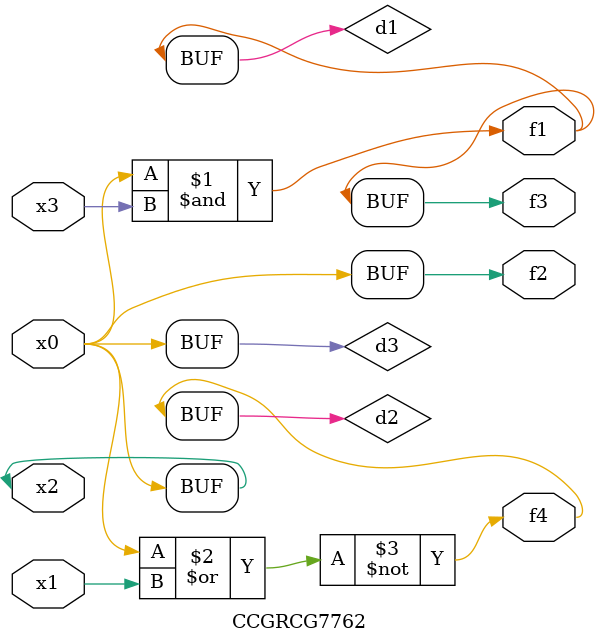
<source format=v>
module CCGRCG7762(
	input x0, x1, x2, x3,
	output f1, f2, f3, f4
);

	wire d1, d2, d3;

	and (d1, x2, x3);
	nor (d2, x0, x1);
	buf (d3, x0, x2);
	assign f1 = d1;
	assign f2 = d3;
	assign f3 = d1;
	assign f4 = d2;
endmodule

</source>
